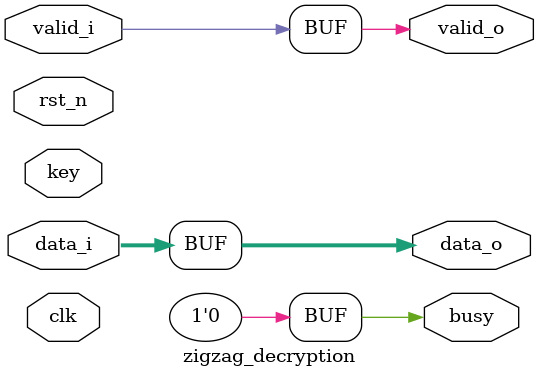
<source format=v>
`timescale 1ns / 1ps
module zigzag_decryption #(
				parameter D_WIDTH = 8,
				parameter KEY_WIDTH = 8,
				parameter MAX_NOF_CHARS = 50,
				parameter START_DECRYPTION_TOKEN = 8'hFA
			)(
			// Clock and reset interface
			input clk,
			input rst_n,
			
			// Input interface
			input[D_WIDTH - 1:0] data_i,
			input valid_i,
			
			// Decryption Key
			input[KEY_WIDTH - 1 : 0] key,
			
			// Output interface
			output reg busy,
			output reg[D_WIDTH - 1:0] data_o,
			output reg valid_o
    );

// TODO: Implement ZigZag Decryption here
always@(*)
begin
    data_o = data_i;
    valid_o = valid_i;
    busy = 0;
end

endmodule

</source>
